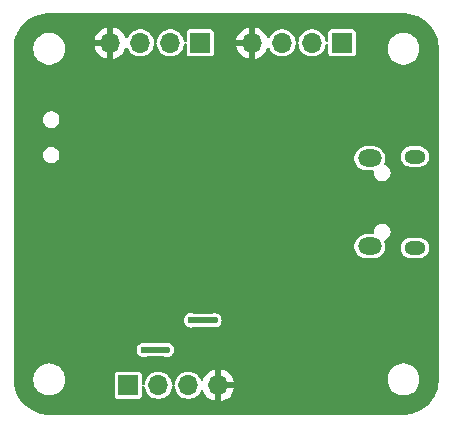
<source format=gbr>
%TF.GenerationSoftware,KiCad,Pcbnew,8.0.3*%
%TF.CreationDate,2024-07-09T00:13:46+05:30*%
%TF.ProjectId,STM32 PCB DESIGN,53544d33-3220-4504-9342-204445534947,rev?*%
%TF.SameCoordinates,Original*%
%TF.FileFunction,Copper,L2,Bot*%
%TF.FilePolarity,Positive*%
%FSLAX46Y46*%
G04 Gerber Fmt 4.6, Leading zero omitted, Abs format (unit mm)*
G04 Created by KiCad (PCBNEW 8.0.3) date 2024-07-09 00:13:46*
%MOMM*%
%LPD*%
G01*
G04 APERTURE LIST*
%TA.AperFunction,ComponentPad*%
%ADD10R,1.700000X1.700000*%
%TD*%
%TA.AperFunction,ComponentPad*%
%ADD11O,1.700000X1.700000*%
%TD*%
%TA.AperFunction,ComponentPad*%
%ADD12O,1.800000X1.150000*%
%TD*%
%TA.AperFunction,ComponentPad*%
%ADD13O,2.000000X1.450000*%
%TD*%
%TA.AperFunction,ViaPad*%
%ADD14C,0.600000*%
%TD*%
%TA.AperFunction,ViaPad*%
%ADD15C,0.700000*%
%TD*%
%TA.AperFunction,Conductor*%
%ADD16C,0.500000*%
%TD*%
G04 APERTURE END LIST*
D10*
%TO.P,J4,1,Pin_1*%
%TO.N,+3.3V*%
X111700000Y-68000000D03*
D11*
%TO.P,J4,2,Pin_2*%
%TO.N,/I2C2_SCL*%
X114240000Y-68000000D03*
%TO.P,J4,3,Pin_3*%
%TO.N,/I2C2_SDA*%
X116780000Y-68000000D03*
%TO.P,J4,4,Pin_4*%
%TO.N,GND*%
X119320000Y-68000000D03*
%TD*%
D12*
%TO.P,J1,6,Shield*%
%TO.N,unconnected-(J1-Shield-Pad6)_0*%
X135950000Y-56380000D03*
D13*
%TO.N,unconnected-(J1-Shield-Pad6)_2*%
X132150000Y-56230000D03*
%TO.N,unconnected-(J1-Shield-Pad6)*%
X132150000Y-48780000D03*
D12*
%TO.N,unconnected-(J1-Shield-Pad6)_1*%
X135950000Y-48630000D03*
%TD*%
D10*
%TO.P,J3,1,Pin_1*%
%TO.N,+3.3V*%
X117800000Y-39000000D03*
D11*
%TO.P,J3,2,Pin_2*%
%TO.N,/USART1_TX*%
X115260000Y-39000000D03*
%TO.P,J3,3,Pin_3*%
%TO.N,/USART1_RX*%
X112720000Y-39000000D03*
%TO.P,J3,4,Pin_4*%
%TO.N,GND*%
X110180000Y-39000000D03*
%TD*%
D10*
%TO.P,J2,1,Pin_1*%
%TO.N,+3.3V*%
X129800000Y-39000000D03*
D11*
%TO.P,J2,2,Pin_2*%
%TO.N,/SWDIO*%
X127260000Y-39000000D03*
%TO.P,J2,3,Pin_3*%
%TO.N,/SWCLK*%
X124720000Y-39000000D03*
%TO.P,J2,4,Pin_4*%
%TO.N,GND*%
X122180000Y-39000000D03*
%TD*%
D14*
%TO.N,GND*%
X104000000Y-58500000D03*
X107000000Y-56000000D03*
X109000000Y-52500000D03*
%TO.N,+3.3V*%
X113000000Y-65000000D03*
X115000000Y-65000000D03*
X117000000Y-62500000D03*
X119000000Y-62500000D03*
D15*
%TO.N,GND*%
X128000000Y-57500000D03*
X132500000Y-61500000D03*
X128000000Y-56500000D03*
X115500000Y-60000000D03*
X118000000Y-57000000D03*
X109000000Y-54500000D03*
X110000000Y-50000000D03*
X129000000Y-61000000D03*
X108500000Y-61000000D03*
X128000000Y-61000000D03*
X108500000Y-43500000D03*
X133000000Y-59000000D03*
X113500000Y-55500000D03*
X114000000Y-52000000D03*
X130000000Y-51000000D03*
X107500000Y-58500000D03*
X123000000Y-52500000D03*
%TD*%
D16*
%TO.N,+3.3V*%
X115000000Y-65000000D02*
X113000000Y-65000000D01*
X117000000Y-62500000D02*
X119000000Y-62500000D01*
%TD*%
%TA.AperFunction,Conductor*%
%TO.N,GND*%
G36*
X135000852Y-36500011D02*
G01*
X135162269Y-36502274D01*
X135174390Y-36503041D01*
X135478553Y-36537312D01*
X135495992Y-36539277D01*
X135509700Y-36541606D01*
X135824366Y-36613426D01*
X135837725Y-36617273D01*
X136142392Y-36723881D01*
X136155228Y-36729199D01*
X136212742Y-36756896D01*
X136446025Y-36869239D01*
X136458193Y-36875964D01*
X136521321Y-36915630D01*
X136731486Y-37047685D01*
X136742827Y-37055732D01*
X136995173Y-37256971D01*
X137005541Y-37266237D01*
X137233762Y-37494458D01*
X137243028Y-37504826D01*
X137444267Y-37757172D01*
X137452314Y-37768513D01*
X137624034Y-38041804D01*
X137630760Y-38053974D01*
X137770798Y-38344766D01*
X137776120Y-38357613D01*
X137882724Y-38662270D01*
X137886573Y-38675633D01*
X137958393Y-38990299D01*
X137960722Y-39004007D01*
X137996957Y-39325597D01*
X137997725Y-39337743D01*
X137999988Y-39499144D01*
X138000000Y-39500882D01*
X138000000Y-67499117D01*
X137999988Y-67500855D01*
X137997725Y-67662256D01*
X137996957Y-67674402D01*
X137960722Y-67995992D01*
X137958393Y-68009700D01*
X137886573Y-68324366D01*
X137882724Y-68337729D01*
X137776120Y-68642386D01*
X137770798Y-68655233D01*
X137630760Y-68946025D01*
X137624034Y-68958195D01*
X137452314Y-69231486D01*
X137444267Y-69242827D01*
X137243028Y-69495173D01*
X137233762Y-69505541D01*
X137005541Y-69733762D01*
X136995173Y-69743028D01*
X136742827Y-69944267D01*
X136731486Y-69952314D01*
X136458195Y-70124034D01*
X136446025Y-70130760D01*
X136155233Y-70270798D01*
X136142386Y-70276120D01*
X135837729Y-70382724D01*
X135824366Y-70386573D01*
X135509700Y-70458393D01*
X135495992Y-70460722D01*
X135174402Y-70496957D01*
X135162256Y-70497725D01*
X135000856Y-70499988D01*
X134999118Y-70500000D01*
X105000882Y-70500000D01*
X104999144Y-70499988D01*
X104837534Y-70497723D01*
X104825425Y-70496959D01*
X104825407Y-70496957D01*
X104769142Y-70490634D01*
X104503421Y-70460775D01*
X104489748Y-70458459D01*
X104174620Y-70386732D01*
X104161291Y-70382902D01*
X103856165Y-70276442D01*
X103843346Y-70271148D01*
X103552009Y-70131277D01*
X103539862Y-70124585D01*
X103265966Y-69953056D01*
X103254643Y-69945050D01*
X103001614Y-69744009D01*
X102991255Y-69734788D01*
X102762260Y-69506752D01*
X102752995Y-69496432D01*
X102550888Y-69244240D01*
X102542835Y-69232950D01*
X102490717Y-69150500D01*
X102370167Y-68959789D01*
X102363423Y-68947670D01*
X102222327Y-68656912D01*
X102216980Y-68644116D01*
X102216368Y-68642386D01*
X102109234Y-68339421D01*
X102105357Y-68326135D01*
X102032307Y-68011306D01*
X102029934Y-67997646D01*
X102025662Y-67961018D01*
X102012010Y-67843952D01*
X102000835Y-67748123D01*
X102000000Y-67733760D01*
X102000000Y-67393713D01*
X103649500Y-67393713D01*
X103649500Y-67606286D01*
X103678231Y-67787690D01*
X103682754Y-67816243D01*
X103745612Y-68009700D01*
X103748444Y-68018414D01*
X103844951Y-68207820D01*
X103969890Y-68379786D01*
X104120213Y-68530109D01*
X104292179Y-68655048D01*
X104292181Y-68655049D01*
X104292184Y-68655051D01*
X104481588Y-68751557D01*
X104683757Y-68817246D01*
X104893713Y-68850500D01*
X104893714Y-68850500D01*
X105106286Y-68850500D01*
X105106287Y-68850500D01*
X105316243Y-68817246D01*
X105518412Y-68751557D01*
X105707816Y-68655051D01*
X105772226Y-68608255D01*
X105879786Y-68530109D01*
X105879788Y-68530106D01*
X105879792Y-68530104D01*
X106030104Y-68379792D01*
X106030106Y-68379788D01*
X106030109Y-68379786D01*
X106155048Y-68207820D01*
X106155047Y-68207820D01*
X106155051Y-68207816D01*
X106251557Y-68018412D01*
X106317246Y-67816243D01*
X106350500Y-67606287D01*
X106350500Y-67393713D01*
X106317246Y-67183757D01*
X106291699Y-67105131D01*
X110549500Y-67105131D01*
X110549500Y-68894856D01*
X110549502Y-68894882D01*
X110552413Y-68919987D01*
X110552415Y-68919991D01*
X110597793Y-69022764D01*
X110597794Y-69022765D01*
X110677235Y-69102206D01*
X110780009Y-69147585D01*
X110805135Y-69150500D01*
X112594864Y-69150499D01*
X112594879Y-69150497D01*
X112594882Y-69150497D01*
X112619987Y-69147586D01*
X112619988Y-69147585D01*
X112619991Y-69147585D01*
X112722765Y-69102206D01*
X112802206Y-69022765D01*
X112847585Y-68919991D01*
X112850500Y-68894865D01*
X112850499Y-68156046D01*
X112870183Y-68089009D01*
X112922987Y-68043254D01*
X112992146Y-68033310D01*
X113055702Y-68062335D01*
X113093476Y-68121113D01*
X113097970Y-68144606D01*
X113102454Y-68192993D01*
X113104244Y-68212310D01*
X113157675Y-68400099D01*
X113162596Y-68417392D01*
X113162596Y-68417394D01*
X113257632Y-68608253D01*
X113386127Y-68778406D01*
X113386128Y-68778407D01*
X113543698Y-68922052D01*
X113724981Y-69034298D01*
X113923802Y-69111321D01*
X114133390Y-69150500D01*
X114133392Y-69150500D01*
X114346608Y-69150500D01*
X114346610Y-69150500D01*
X114556198Y-69111321D01*
X114755019Y-69034298D01*
X114936302Y-68922052D01*
X115093872Y-68778407D01*
X115222366Y-68608255D01*
X115276270Y-68500000D01*
X115317403Y-68417394D01*
X115317403Y-68417393D01*
X115317405Y-68417389D01*
X115375756Y-68212310D01*
X115386529Y-68096047D01*
X115412315Y-68031111D01*
X115454622Y-68000804D01*
X115563130Y-68000804D01*
X115599503Y-68021668D01*
X115631693Y-68083681D01*
X115633470Y-68096047D01*
X115644244Y-68212310D01*
X115697675Y-68400099D01*
X115702596Y-68417392D01*
X115702596Y-68417394D01*
X115797632Y-68608253D01*
X115926127Y-68778406D01*
X115926128Y-68778407D01*
X116083698Y-68922052D01*
X116264981Y-69034298D01*
X116463802Y-69111321D01*
X116673390Y-69150500D01*
X116673392Y-69150500D01*
X116886608Y-69150500D01*
X116886610Y-69150500D01*
X117096198Y-69111321D01*
X117295019Y-69034298D01*
X117476302Y-68922052D01*
X117633872Y-68778407D01*
X117762366Y-68608255D01*
X117829325Y-68473781D01*
X117876825Y-68422548D01*
X117944488Y-68405126D01*
X118010828Y-68427051D01*
X118052705Y-68476651D01*
X118146399Y-68677578D01*
X118281894Y-68871082D01*
X118448917Y-69038105D01*
X118642421Y-69173600D01*
X118856507Y-69273429D01*
X118856516Y-69273433D01*
X119070000Y-69330634D01*
X119070000Y-68433012D01*
X119127007Y-68465925D01*
X119254174Y-68500000D01*
X119385826Y-68500000D01*
X119512993Y-68465925D01*
X119570000Y-68433012D01*
X119570000Y-69330633D01*
X119783483Y-69273433D01*
X119783492Y-69273429D01*
X119997578Y-69173600D01*
X120191082Y-69038105D01*
X120358105Y-68871082D01*
X120493600Y-68677578D01*
X120593429Y-68463492D01*
X120593432Y-68463486D01*
X120650636Y-68250000D01*
X119753012Y-68250000D01*
X119785925Y-68192993D01*
X119820000Y-68065826D01*
X119820000Y-67934174D01*
X119785925Y-67807007D01*
X119753012Y-67750000D01*
X120650636Y-67750000D01*
X120650635Y-67749999D01*
X120593432Y-67536513D01*
X120593429Y-67536507D01*
X120526843Y-67393713D01*
X133649500Y-67393713D01*
X133649500Y-67606286D01*
X133678231Y-67787690D01*
X133682754Y-67816243D01*
X133745612Y-68009700D01*
X133748444Y-68018414D01*
X133844951Y-68207820D01*
X133969890Y-68379786D01*
X134120213Y-68530109D01*
X134292179Y-68655048D01*
X134292181Y-68655049D01*
X134292184Y-68655051D01*
X134481588Y-68751557D01*
X134683757Y-68817246D01*
X134893713Y-68850500D01*
X134893714Y-68850500D01*
X135106286Y-68850500D01*
X135106287Y-68850500D01*
X135316243Y-68817246D01*
X135518412Y-68751557D01*
X135707816Y-68655051D01*
X135772226Y-68608255D01*
X135879786Y-68530109D01*
X135879788Y-68530106D01*
X135879792Y-68530104D01*
X136030104Y-68379792D01*
X136030106Y-68379788D01*
X136030109Y-68379786D01*
X136155048Y-68207820D01*
X136155047Y-68207820D01*
X136155051Y-68207816D01*
X136251557Y-68018412D01*
X136317246Y-67816243D01*
X136350500Y-67606287D01*
X136350500Y-67393713D01*
X136317246Y-67183757D01*
X136251557Y-66981588D01*
X136155051Y-66792184D01*
X136155049Y-66792181D01*
X136155048Y-66792179D01*
X136030109Y-66620213D01*
X135879786Y-66469890D01*
X135707820Y-66344951D01*
X135518414Y-66248444D01*
X135518413Y-66248443D01*
X135518412Y-66248443D01*
X135316243Y-66182754D01*
X135316241Y-66182753D01*
X135316240Y-66182753D01*
X135154957Y-66157208D01*
X135106287Y-66149500D01*
X134893713Y-66149500D01*
X134845042Y-66157208D01*
X134683760Y-66182753D01*
X134481585Y-66248444D01*
X134292179Y-66344951D01*
X134120213Y-66469890D01*
X133969890Y-66620213D01*
X133844951Y-66792179D01*
X133748444Y-66981585D01*
X133682753Y-67183760D01*
X133649500Y-67393713D01*
X120526843Y-67393713D01*
X120493600Y-67322422D01*
X120493599Y-67322420D01*
X120358113Y-67128926D01*
X120358108Y-67128920D01*
X120191082Y-66961894D01*
X119997578Y-66826399D01*
X119783492Y-66726570D01*
X119783486Y-66726567D01*
X119570000Y-66669364D01*
X119570000Y-67566988D01*
X119512993Y-67534075D01*
X119385826Y-67500000D01*
X119254174Y-67500000D01*
X119127007Y-67534075D01*
X119070000Y-67566988D01*
X119070000Y-66669364D01*
X119069999Y-66669364D01*
X118856513Y-66726567D01*
X118856507Y-66726570D01*
X118642422Y-66826399D01*
X118642420Y-66826400D01*
X118448926Y-66961886D01*
X118448920Y-66961891D01*
X118281891Y-67128920D01*
X118281886Y-67128926D01*
X118146400Y-67322420D01*
X118146399Y-67322422D01*
X118052705Y-67523348D01*
X118006532Y-67575787D01*
X117939339Y-67594939D01*
X117872457Y-67574723D01*
X117829324Y-67526216D01*
X117762366Y-67391745D01*
X117633872Y-67221593D01*
X117476302Y-67077948D01*
X117295019Y-66965702D01*
X117295017Y-66965701D01*
X117195608Y-66927190D01*
X117096198Y-66888679D01*
X116886610Y-66849500D01*
X116673390Y-66849500D01*
X116463802Y-66888679D01*
X116463799Y-66888679D01*
X116463799Y-66888680D01*
X116264982Y-66965701D01*
X116264980Y-66965702D01*
X116083699Y-67077947D01*
X115926127Y-67221593D01*
X115797632Y-67391746D01*
X115702596Y-67582605D01*
X115702596Y-67582607D01*
X115644244Y-67787689D01*
X115633471Y-67903951D01*
X115607685Y-67968888D01*
X115563130Y-68000804D01*
X115454622Y-68000804D01*
X115456869Y-67999194D01*
X115420497Y-67978331D01*
X115388307Y-67916318D01*
X115386529Y-67903951D01*
X115383175Y-67867759D01*
X115375756Y-67787690D01*
X115317405Y-67582611D01*
X115317403Y-67582606D01*
X115317403Y-67582605D01*
X115222367Y-67391746D01*
X115093872Y-67221593D01*
X115052368Y-67183757D01*
X114936302Y-67077948D01*
X114755019Y-66965702D01*
X114755017Y-66965701D01*
X114655608Y-66927190D01*
X114556198Y-66888679D01*
X114346610Y-66849500D01*
X114133390Y-66849500D01*
X113923802Y-66888679D01*
X113923799Y-66888679D01*
X113923799Y-66888680D01*
X113724982Y-66965701D01*
X113724980Y-66965702D01*
X113543699Y-67077947D01*
X113386127Y-67221593D01*
X113257632Y-67391746D01*
X113162596Y-67582605D01*
X113162596Y-67582607D01*
X113104244Y-67787689D01*
X113097970Y-67855394D01*
X113072183Y-67920331D01*
X113015383Y-67961018D01*
X112945602Y-67964538D01*
X112884995Y-67929772D01*
X112852806Y-67867759D01*
X112850499Y-67843952D01*
X112850499Y-67105143D01*
X112850499Y-67105136D01*
X112850497Y-67105117D01*
X112847586Y-67080012D01*
X112847585Y-67080010D01*
X112847585Y-67080009D01*
X112802206Y-66977235D01*
X112722765Y-66897794D01*
X112702124Y-66888680D01*
X112619992Y-66852415D01*
X112594865Y-66849500D01*
X110805143Y-66849500D01*
X110805117Y-66849502D01*
X110780012Y-66852413D01*
X110780008Y-66852415D01*
X110677235Y-66897793D01*
X110597794Y-66977234D01*
X110552415Y-67080006D01*
X110552415Y-67080008D01*
X110549500Y-67105131D01*
X106291699Y-67105131D01*
X106251557Y-66981588D01*
X106155051Y-66792184D01*
X106155049Y-66792181D01*
X106155048Y-66792179D01*
X106030109Y-66620213D01*
X105879786Y-66469890D01*
X105707820Y-66344951D01*
X105518414Y-66248444D01*
X105518413Y-66248443D01*
X105518412Y-66248443D01*
X105316243Y-66182754D01*
X105316241Y-66182753D01*
X105316240Y-66182753D01*
X105154957Y-66157208D01*
X105106287Y-66149500D01*
X104893713Y-66149500D01*
X104845042Y-66157208D01*
X104683760Y-66182753D01*
X104481585Y-66248444D01*
X104292179Y-66344951D01*
X104120213Y-66469890D01*
X103969890Y-66620213D01*
X103844951Y-66792179D01*
X103748444Y-66981585D01*
X103682753Y-67183760D01*
X103649500Y-67393713D01*
X102000000Y-67393713D01*
X102000000Y-64999998D01*
X112394318Y-64999998D01*
X112394318Y-65000001D01*
X112414955Y-65156760D01*
X112414956Y-65156762D01*
X112475464Y-65302841D01*
X112571718Y-65428282D01*
X112697159Y-65524536D01*
X112843238Y-65585044D01*
X112921619Y-65595363D01*
X112999999Y-65605682D01*
X113000000Y-65605682D01*
X113000001Y-65605682D01*
X113052254Y-65598802D01*
X113156762Y-65585044D01*
X113217370Y-65559938D01*
X113264823Y-65550500D01*
X114735177Y-65550500D01*
X114782629Y-65559938D01*
X114843238Y-65585044D01*
X114921619Y-65595363D01*
X114999999Y-65605682D01*
X115000000Y-65605682D01*
X115000001Y-65605682D01*
X115052254Y-65598802D01*
X115156762Y-65585044D01*
X115302841Y-65524536D01*
X115428282Y-65428282D01*
X115524536Y-65302841D01*
X115585044Y-65156762D01*
X115605682Y-65000000D01*
X115585044Y-64843238D01*
X115524536Y-64697159D01*
X115428282Y-64571718D01*
X115302841Y-64475464D01*
X115240158Y-64449500D01*
X115156762Y-64414956D01*
X115156760Y-64414955D01*
X115000001Y-64394318D01*
X114999999Y-64394318D01*
X114843239Y-64414955D01*
X114843237Y-64414956D01*
X114782630Y-64440061D01*
X114735177Y-64449500D01*
X113264823Y-64449500D01*
X113217370Y-64440061D01*
X113156762Y-64414956D01*
X113156760Y-64414955D01*
X113000001Y-64394318D01*
X112999999Y-64394318D01*
X112843239Y-64414955D01*
X112843237Y-64414956D01*
X112697160Y-64475463D01*
X112571718Y-64571718D01*
X112475463Y-64697160D01*
X112414956Y-64843237D01*
X112414955Y-64843239D01*
X112394318Y-64999998D01*
X102000000Y-64999998D01*
X102000000Y-62499998D01*
X116394318Y-62499998D01*
X116394318Y-62500001D01*
X116414955Y-62656760D01*
X116414956Y-62656762D01*
X116475464Y-62802841D01*
X116571718Y-62928282D01*
X116697159Y-63024536D01*
X116843238Y-63085044D01*
X116921619Y-63095363D01*
X116999999Y-63105682D01*
X117000000Y-63105682D01*
X117000001Y-63105682D01*
X117052254Y-63098802D01*
X117156762Y-63085044D01*
X117217370Y-63059938D01*
X117264823Y-63050500D01*
X118735177Y-63050500D01*
X118782629Y-63059938D01*
X118843238Y-63085044D01*
X118921619Y-63095363D01*
X118999999Y-63105682D01*
X119000000Y-63105682D01*
X119000001Y-63105682D01*
X119052254Y-63098802D01*
X119156762Y-63085044D01*
X119302841Y-63024536D01*
X119428282Y-62928282D01*
X119524536Y-62802841D01*
X119585044Y-62656762D01*
X119605682Y-62500000D01*
X119585044Y-62343238D01*
X119524536Y-62197159D01*
X119428282Y-62071718D01*
X119302841Y-61975464D01*
X119240158Y-61949500D01*
X119156762Y-61914956D01*
X119156760Y-61914955D01*
X119000001Y-61894318D01*
X118999999Y-61894318D01*
X118843239Y-61914955D01*
X118843237Y-61914956D01*
X118782630Y-61940061D01*
X118735177Y-61949500D01*
X117264823Y-61949500D01*
X117217370Y-61940061D01*
X117156762Y-61914956D01*
X117156760Y-61914955D01*
X117000001Y-61894318D01*
X116999999Y-61894318D01*
X116843239Y-61914955D01*
X116843237Y-61914956D01*
X116697160Y-61975463D01*
X116571718Y-62071718D01*
X116475463Y-62197160D01*
X116414956Y-62343237D01*
X116414955Y-62343239D01*
X116394318Y-62499998D01*
X102000000Y-62499998D01*
X102000000Y-56128992D01*
X130849500Y-56128992D01*
X130849500Y-56331007D01*
X130888907Y-56529119D01*
X130888909Y-56529127D01*
X130966212Y-56715752D01*
X130966217Y-56715762D01*
X131078441Y-56883718D01*
X131221281Y-57026558D01*
X131389237Y-57138782D01*
X131389241Y-57138784D01*
X131389244Y-57138786D01*
X131575873Y-57216091D01*
X131773992Y-57255499D01*
X131773996Y-57255500D01*
X131773997Y-57255500D01*
X132526004Y-57255500D01*
X132526005Y-57255499D01*
X132724127Y-57216091D01*
X132910756Y-57138786D01*
X133078718Y-57026558D01*
X133221558Y-56883718D01*
X133333786Y-56715756D01*
X133411091Y-56529127D01*
X133450500Y-56331003D01*
X133450500Y-56293766D01*
X134749500Y-56293766D01*
X134749500Y-56466233D01*
X134783143Y-56635366D01*
X134783146Y-56635378D01*
X134849138Y-56794698D01*
X134849145Y-56794711D01*
X134944954Y-56938098D01*
X134944957Y-56938102D01*
X135066897Y-57060042D01*
X135066901Y-57060045D01*
X135210288Y-57155854D01*
X135210301Y-57155861D01*
X135355708Y-57216090D01*
X135369626Y-57221855D01*
X135538766Y-57255499D01*
X135538769Y-57255500D01*
X135538771Y-57255500D01*
X136361231Y-57255500D01*
X136361232Y-57255499D01*
X136530374Y-57221855D01*
X136689705Y-57155858D01*
X136833099Y-57060045D01*
X136955045Y-56938099D01*
X137050858Y-56794705D01*
X137116855Y-56635374D01*
X137150500Y-56466229D01*
X137150500Y-56293771D01*
X137150500Y-56293768D01*
X137150499Y-56293766D01*
X137116856Y-56124633D01*
X137116855Y-56124626D01*
X137116853Y-56124621D01*
X137050861Y-55965301D01*
X137050854Y-55965288D01*
X136955045Y-55821901D01*
X136955042Y-55821897D01*
X136833102Y-55699957D01*
X136833098Y-55699954D01*
X136689711Y-55604145D01*
X136689698Y-55604138D01*
X136530378Y-55538146D01*
X136530366Y-55538143D01*
X136361232Y-55504500D01*
X136361229Y-55504500D01*
X135538771Y-55504500D01*
X135538768Y-55504500D01*
X135369633Y-55538143D01*
X135369621Y-55538146D01*
X135210301Y-55604138D01*
X135210288Y-55604145D01*
X135066901Y-55699954D01*
X135066897Y-55699957D01*
X134944957Y-55821897D01*
X134944954Y-55821901D01*
X134849145Y-55965288D01*
X134849138Y-55965301D01*
X134783146Y-56124621D01*
X134783143Y-56124633D01*
X134749500Y-56293766D01*
X133450500Y-56293766D01*
X133450500Y-56128997D01*
X133411091Y-55930873D01*
X133369932Y-55831507D01*
X133362463Y-55762037D01*
X133393738Y-55699558D01*
X133444060Y-55669700D01*
X133443207Y-55667452D01*
X133450222Y-55664790D01*
X133450225Y-55664790D01*
X133600852Y-55585734D01*
X133728183Y-55472929D01*
X133824818Y-55332930D01*
X133885140Y-55173872D01*
X133905645Y-55005000D01*
X133885140Y-54836128D01*
X133824818Y-54677070D01*
X133728183Y-54537071D01*
X133600852Y-54424266D01*
X133600849Y-54424263D01*
X133450226Y-54345210D01*
X133285056Y-54304500D01*
X133114944Y-54304500D01*
X132949773Y-54345210D01*
X132799150Y-54424263D01*
X132671816Y-54537072D01*
X132575182Y-54677068D01*
X132514860Y-54836125D01*
X132514859Y-54836130D01*
X132494355Y-55004999D01*
X132501708Y-55065553D01*
X132490248Y-55134476D01*
X132443344Y-55186263D01*
X132378612Y-55204500D01*
X131773992Y-55204500D01*
X131575880Y-55243907D01*
X131575872Y-55243909D01*
X131389247Y-55321212D01*
X131389237Y-55321217D01*
X131221281Y-55433441D01*
X131078441Y-55576281D01*
X130966217Y-55744237D01*
X130966212Y-55744247D01*
X130888909Y-55930872D01*
X130888907Y-55930880D01*
X130849500Y-56128992D01*
X102000000Y-56128992D01*
X102000000Y-48568995D01*
X104469499Y-48568995D01*
X104496418Y-48704322D01*
X104496421Y-48704332D01*
X104549221Y-48831804D01*
X104549228Y-48831817D01*
X104625885Y-48946541D01*
X104625888Y-48946545D01*
X104723454Y-49044111D01*
X104723458Y-49044114D01*
X104838182Y-49120771D01*
X104838195Y-49120778D01*
X104965667Y-49173578D01*
X104965672Y-49173580D01*
X104965676Y-49173580D01*
X104965677Y-49173581D01*
X105101004Y-49200500D01*
X105101007Y-49200500D01*
X105238995Y-49200500D01*
X105344873Y-49179439D01*
X105374328Y-49173580D01*
X105501811Y-49120775D01*
X105616542Y-49044114D01*
X105714114Y-48946542D01*
X105790775Y-48831811D01*
X105843580Y-48704328D01*
X105848620Y-48678992D01*
X130849500Y-48678992D01*
X130849500Y-48881007D01*
X130888907Y-49079119D01*
X130888909Y-49079127D01*
X130966212Y-49265752D01*
X130966217Y-49265762D01*
X131078441Y-49433718D01*
X131221281Y-49576558D01*
X131389237Y-49688782D01*
X131389241Y-49688784D01*
X131389244Y-49688786D01*
X131575873Y-49766091D01*
X131773484Y-49805398D01*
X131773992Y-49805499D01*
X131773996Y-49805500D01*
X132378612Y-49805500D01*
X132445651Y-49825185D01*
X132491406Y-49877989D01*
X132501708Y-49944447D01*
X132494355Y-50005000D01*
X132514859Y-50173869D01*
X132514860Y-50173874D01*
X132575182Y-50332931D01*
X132637475Y-50423177D01*
X132671817Y-50472929D01*
X132777505Y-50566560D01*
X132799150Y-50585736D01*
X132949773Y-50664789D01*
X132949775Y-50664790D01*
X133114944Y-50705500D01*
X133285056Y-50705500D01*
X133450225Y-50664790D01*
X133529692Y-50623081D01*
X133600849Y-50585736D01*
X133600850Y-50585734D01*
X133600852Y-50585734D01*
X133728183Y-50472929D01*
X133824818Y-50332930D01*
X133885140Y-50173872D01*
X133905645Y-50005000D01*
X133885140Y-49836128D01*
X133873524Y-49805500D01*
X133858578Y-49766090D01*
X133824818Y-49677070D01*
X133728183Y-49537071D01*
X133600852Y-49424266D01*
X133600849Y-49424263D01*
X133450225Y-49345209D01*
X133443210Y-49342549D01*
X133444131Y-49340119D01*
X133394438Y-49311186D01*
X133362649Y-49248967D01*
X133369544Y-49179439D01*
X133369932Y-49178492D01*
X133371967Y-49173580D01*
X133411091Y-49079127D01*
X133450500Y-48881003D01*
X133450500Y-48678997D01*
X133423601Y-48543766D01*
X134749500Y-48543766D01*
X134749500Y-48716233D01*
X134783143Y-48885366D01*
X134783146Y-48885378D01*
X134849138Y-49044698D01*
X134849145Y-49044711D01*
X134944954Y-49188098D01*
X134944957Y-49188102D01*
X135066897Y-49310042D01*
X135066901Y-49310045D01*
X135210288Y-49405854D01*
X135210301Y-49405861D01*
X135369621Y-49471853D01*
X135369626Y-49471855D01*
X135538766Y-49505499D01*
X135538769Y-49505500D01*
X135538771Y-49505500D01*
X136361231Y-49505500D01*
X136361232Y-49505499D01*
X136530374Y-49471855D01*
X136689705Y-49405858D01*
X136833099Y-49310045D01*
X136955045Y-49188099D01*
X137050858Y-49044705D01*
X137116855Y-48885374D01*
X137150500Y-48716229D01*
X137150500Y-48543771D01*
X137150500Y-48543768D01*
X137150499Y-48543766D01*
X137137989Y-48480873D01*
X137116855Y-48374626D01*
X137116853Y-48374621D01*
X137050861Y-48215301D01*
X137050854Y-48215288D01*
X136955045Y-48071901D01*
X136955042Y-48071897D01*
X136833102Y-47949957D01*
X136833098Y-47949954D01*
X136689711Y-47854145D01*
X136689698Y-47854138D01*
X136530378Y-47788146D01*
X136530366Y-47788143D01*
X136361232Y-47754500D01*
X136361229Y-47754500D01*
X135538771Y-47754500D01*
X135538768Y-47754500D01*
X135369633Y-47788143D01*
X135369621Y-47788146D01*
X135210301Y-47854138D01*
X135210288Y-47854145D01*
X135066901Y-47949954D01*
X135066897Y-47949957D01*
X134944957Y-48071897D01*
X134944954Y-48071901D01*
X134849145Y-48215288D01*
X134849138Y-48215301D01*
X134783146Y-48374621D01*
X134783143Y-48374633D01*
X134749500Y-48543766D01*
X133423601Y-48543766D01*
X133411091Y-48480873D01*
X133333786Y-48294244D01*
X133333784Y-48294241D01*
X133333782Y-48294237D01*
X133221558Y-48126281D01*
X133078718Y-47983441D01*
X132910762Y-47871217D01*
X132910752Y-47871212D01*
X132724127Y-47793909D01*
X132724119Y-47793907D01*
X132526007Y-47754500D01*
X132526003Y-47754500D01*
X131773997Y-47754500D01*
X131773992Y-47754500D01*
X131575880Y-47793907D01*
X131575872Y-47793909D01*
X131389247Y-47871212D01*
X131389237Y-47871217D01*
X131221281Y-47983441D01*
X131078441Y-48126281D01*
X130966217Y-48294237D01*
X130966212Y-48294247D01*
X130888909Y-48480872D01*
X130888907Y-48480880D01*
X130849500Y-48678992D01*
X105848620Y-48678992D01*
X105870500Y-48568993D01*
X105870500Y-48431007D01*
X105870500Y-48431004D01*
X105843581Y-48295677D01*
X105843580Y-48295676D01*
X105843580Y-48295672D01*
X105842986Y-48294237D01*
X105790778Y-48168195D01*
X105790771Y-48168182D01*
X105714114Y-48053458D01*
X105714111Y-48053454D01*
X105616545Y-47955888D01*
X105616541Y-47955885D01*
X105501817Y-47879228D01*
X105501804Y-47879221D01*
X105374332Y-47826421D01*
X105374322Y-47826418D01*
X105238995Y-47799500D01*
X105238993Y-47799500D01*
X105101007Y-47799500D01*
X105101005Y-47799500D01*
X104965677Y-47826418D01*
X104965667Y-47826421D01*
X104838195Y-47879221D01*
X104838182Y-47879228D01*
X104723458Y-47955885D01*
X104723454Y-47955888D01*
X104625888Y-48053454D01*
X104625885Y-48053458D01*
X104549228Y-48168182D01*
X104549221Y-48168195D01*
X104496421Y-48295667D01*
X104496418Y-48295677D01*
X104469500Y-48431004D01*
X104469500Y-48431007D01*
X104469500Y-48568993D01*
X104469500Y-48568995D01*
X104469499Y-48568995D01*
X102000000Y-48568995D01*
X102000000Y-45568995D01*
X104469499Y-45568995D01*
X104496418Y-45704322D01*
X104496421Y-45704332D01*
X104549221Y-45831804D01*
X104549228Y-45831817D01*
X104625885Y-45946541D01*
X104625888Y-45946545D01*
X104723454Y-46044111D01*
X104723458Y-46044114D01*
X104838182Y-46120771D01*
X104838195Y-46120778D01*
X104965667Y-46173578D01*
X104965672Y-46173580D01*
X104965676Y-46173580D01*
X104965677Y-46173581D01*
X105101004Y-46200500D01*
X105101007Y-46200500D01*
X105238995Y-46200500D01*
X105330041Y-46182389D01*
X105374328Y-46173580D01*
X105501811Y-46120775D01*
X105616542Y-46044114D01*
X105714114Y-45946542D01*
X105790775Y-45831811D01*
X105843580Y-45704328D01*
X105870500Y-45568993D01*
X105870500Y-45431007D01*
X105870500Y-45431004D01*
X105843581Y-45295677D01*
X105843580Y-45295676D01*
X105843580Y-45295672D01*
X105843578Y-45295667D01*
X105790778Y-45168195D01*
X105790771Y-45168182D01*
X105714114Y-45053458D01*
X105714111Y-45053454D01*
X105616545Y-44955888D01*
X105616541Y-44955885D01*
X105501817Y-44879228D01*
X105501804Y-44879221D01*
X105374332Y-44826421D01*
X105374322Y-44826418D01*
X105238995Y-44799500D01*
X105238993Y-44799500D01*
X105101007Y-44799500D01*
X105101005Y-44799500D01*
X104965677Y-44826418D01*
X104965667Y-44826421D01*
X104838195Y-44879221D01*
X104838182Y-44879228D01*
X104723458Y-44955885D01*
X104723454Y-44955888D01*
X104625888Y-45053454D01*
X104625885Y-45053458D01*
X104549228Y-45168182D01*
X104549221Y-45168195D01*
X104496421Y-45295667D01*
X104496418Y-45295677D01*
X104469500Y-45431004D01*
X104469500Y-45431007D01*
X104469500Y-45568993D01*
X104469500Y-45568995D01*
X104469499Y-45568995D01*
X102000000Y-45568995D01*
X102000000Y-39393713D01*
X103649500Y-39393713D01*
X103649500Y-39606287D01*
X103682754Y-39816243D01*
X103708305Y-39894882D01*
X103748444Y-40018414D01*
X103844951Y-40207820D01*
X103969890Y-40379786D01*
X104120213Y-40530109D01*
X104292179Y-40655048D01*
X104292181Y-40655049D01*
X104292184Y-40655051D01*
X104481588Y-40751557D01*
X104683757Y-40817246D01*
X104893713Y-40850500D01*
X104893714Y-40850500D01*
X105106286Y-40850500D01*
X105106287Y-40850500D01*
X105316243Y-40817246D01*
X105518412Y-40751557D01*
X105707816Y-40655051D01*
X105729789Y-40639086D01*
X105879786Y-40530109D01*
X105879788Y-40530106D01*
X105879792Y-40530104D01*
X106030104Y-40379792D01*
X106030106Y-40379788D01*
X106030109Y-40379786D01*
X106155048Y-40207820D01*
X106155047Y-40207820D01*
X106155051Y-40207816D01*
X106251557Y-40018412D01*
X106317246Y-39816243D01*
X106350500Y-39606287D01*
X106350500Y-39393713D01*
X106317246Y-39183757D01*
X106251557Y-38981588D01*
X106155051Y-38792184D01*
X106155049Y-38792181D01*
X106155048Y-38792179D01*
X106124403Y-38749999D01*
X108849364Y-38749999D01*
X108849364Y-38750000D01*
X109746988Y-38750000D01*
X109714075Y-38807007D01*
X109680000Y-38934174D01*
X109680000Y-39065826D01*
X109714075Y-39192993D01*
X109746988Y-39250000D01*
X108849364Y-39250000D01*
X108906567Y-39463486D01*
X108906570Y-39463492D01*
X109006399Y-39677578D01*
X109141894Y-39871082D01*
X109308917Y-40038105D01*
X109502421Y-40173600D01*
X109716507Y-40273429D01*
X109716516Y-40273433D01*
X109930000Y-40330634D01*
X109930000Y-39433012D01*
X109987007Y-39465925D01*
X110114174Y-39500000D01*
X110245826Y-39500000D01*
X110372993Y-39465925D01*
X110430000Y-39433012D01*
X110430000Y-40330633D01*
X110643483Y-40273433D01*
X110643492Y-40273429D01*
X110857578Y-40173600D01*
X111051082Y-40038105D01*
X111218105Y-39871082D01*
X111353600Y-39677578D01*
X111447294Y-39476651D01*
X111493466Y-39424212D01*
X111560660Y-39405060D01*
X111627541Y-39425276D01*
X111670676Y-39473785D01*
X111737632Y-39608253D01*
X111866127Y-39778406D01*
X111866128Y-39778407D01*
X112023698Y-39922052D01*
X112204981Y-40034298D01*
X112403802Y-40111321D01*
X112613390Y-40150500D01*
X112613392Y-40150500D01*
X112826608Y-40150500D01*
X112826610Y-40150500D01*
X113036198Y-40111321D01*
X113235019Y-40034298D01*
X113416302Y-39922052D01*
X113573872Y-39778407D01*
X113702366Y-39608255D01*
X113756270Y-39500000D01*
X113797403Y-39417394D01*
X113797403Y-39417393D01*
X113797405Y-39417389D01*
X113855756Y-39212310D01*
X113866529Y-39096047D01*
X113892315Y-39031111D01*
X113934622Y-39000804D01*
X114043130Y-39000804D01*
X114079503Y-39021668D01*
X114111693Y-39083681D01*
X114113470Y-39096047D01*
X114124244Y-39212310D01*
X114177675Y-39400099D01*
X114182596Y-39417392D01*
X114182596Y-39417394D01*
X114277632Y-39608253D01*
X114406127Y-39778406D01*
X114406128Y-39778407D01*
X114563698Y-39922052D01*
X114744981Y-40034298D01*
X114943802Y-40111321D01*
X115153390Y-40150500D01*
X115153392Y-40150500D01*
X115366608Y-40150500D01*
X115366610Y-40150500D01*
X115576198Y-40111321D01*
X115775019Y-40034298D01*
X115956302Y-39922052D01*
X116113872Y-39778407D01*
X116242366Y-39608255D01*
X116296270Y-39500000D01*
X116337403Y-39417394D01*
X116337403Y-39417393D01*
X116337405Y-39417389D01*
X116395756Y-39212310D01*
X116402029Y-39144605D01*
X116427814Y-39079669D01*
X116484614Y-39038981D01*
X116554395Y-39035461D01*
X116615002Y-39070225D01*
X116647193Y-39132238D01*
X116649500Y-39156047D01*
X116649500Y-39894856D01*
X116649502Y-39894882D01*
X116652413Y-39919987D01*
X116652415Y-39919991D01*
X116697793Y-40022764D01*
X116697794Y-40022765D01*
X116777235Y-40102206D01*
X116880009Y-40147585D01*
X116905135Y-40150500D01*
X118694864Y-40150499D01*
X118694879Y-40150497D01*
X118694882Y-40150497D01*
X118719987Y-40147586D01*
X118719988Y-40147585D01*
X118719991Y-40147585D01*
X118822765Y-40102206D01*
X118902206Y-40022765D01*
X118947585Y-39919991D01*
X118950500Y-39894865D01*
X118950499Y-38749999D01*
X120849364Y-38749999D01*
X120849364Y-38750000D01*
X121746988Y-38750000D01*
X121714075Y-38807007D01*
X121680000Y-38934174D01*
X121680000Y-39065826D01*
X121714075Y-39192993D01*
X121746988Y-39250000D01*
X120849364Y-39250000D01*
X120906567Y-39463486D01*
X120906570Y-39463492D01*
X121006399Y-39677578D01*
X121141894Y-39871082D01*
X121308917Y-40038105D01*
X121502421Y-40173600D01*
X121716507Y-40273429D01*
X121716516Y-40273433D01*
X121930000Y-40330634D01*
X121930000Y-39433012D01*
X121987007Y-39465925D01*
X122114174Y-39500000D01*
X122245826Y-39500000D01*
X122372993Y-39465925D01*
X122430000Y-39433012D01*
X122430000Y-40330633D01*
X122643483Y-40273433D01*
X122643492Y-40273429D01*
X122857578Y-40173600D01*
X123051082Y-40038105D01*
X123218105Y-39871082D01*
X123353600Y-39677578D01*
X123447294Y-39476651D01*
X123493466Y-39424212D01*
X123560660Y-39405060D01*
X123627541Y-39425276D01*
X123670676Y-39473785D01*
X123737632Y-39608253D01*
X123866127Y-39778406D01*
X123866128Y-39778407D01*
X124023698Y-39922052D01*
X124204981Y-40034298D01*
X124403802Y-40111321D01*
X124613390Y-40150500D01*
X124613392Y-40150500D01*
X124826608Y-40150500D01*
X124826610Y-40150500D01*
X125036198Y-40111321D01*
X125235019Y-40034298D01*
X125416302Y-39922052D01*
X125573872Y-39778407D01*
X125702366Y-39608255D01*
X125756270Y-39500000D01*
X125797403Y-39417394D01*
X125797403Y-39417393D01*
X125797405Y-39417389D01*
X125855756Y-39212310D01*
X125866529Y-39096047D01*
X125892315Y-39031111D01*
X125934622Y-39000804D01*
X126043130Y-39000804D01*
X126079503Y-39021668D01*
X126111693Y-39083681D01*
X126113470Y-39096047D01*
X126124244Y-39212310D01*
X126177675Y-39400099D01*
X126182596Y-39417392D01*
X126182596Y-39417394D01*
X126277632Y-39608253D01*
X126406127Y-39778406D01*
X126406128Y-39778407D01*
X126563698Y-39922052D01*
X126744981Y-40034298D01*
X126943802Y-40111321D01*
X127153390Y-40150500D01*
X127153392Y-40150500D01*
X127366608Y-40150500D01*
X127366610Y-40150500D01*
X127576198Y-40111321D01*
X127775019Y-40034298D01*
X127956302Y-39922052D01*
X128113872Y-39778407D01*
X128242366Y-39608255D01*
X128296270Y-39500000D01*
X128337403Y-39417394D01*
X128337403Y-39417393D01*
X128337405Y-39417389D01*
X128395756Y-39212310D01*
X128402029Y-39144605D01*
X128427814Y-39079669D01*
X128484614Y-39038981D01*
X128554395Y-39035461D01*
X128615002Y-39070225D01*
X128647193Y-39132238D01*
X128649500Y-39156047D01*
X128649500Y-39894856D01*
X128649502Y-39894882D01*
X128652413Y-39919987D01*
X128652415Y-39919991D01*
X128697793Y-40022764D01*
X128697794Y-40022765D01*
X128777235Y-40102206D01*
X128880009Y-40147585D01*
X128905135Y-40150500D01*
X130694864Y-40150499D01*
X130694879Y-40150497D01*
X130694882Y-40150497D01*
X130719987Y-40147586D01*
X130719988Y-40147585D01*
X130719991Y-40147585D01*
X130822765Y-40102206D01*
X130902206Y-40022765D01*
X130947585Y-39919991D01*
X130950500Y-39894865D01*
X130950500Y-39393713D01*
X133649500Y-39393713D01*
X133649500Y-39606287D01*
X133682754Y-39816243D01*
X133708305Y-39894882D01*
X133748444Y-40018414D01*
X133844951Y-40207820D01*
X133969890Y-40379786D01*
X134120213Y-40530109D01*
X134292179Y-40655048D01*
X134292181Y-40655049D01*
X134292184Y-40655051D01*
X134481588Y-40751557D01*
X134683757Y-40817246D01*
X134893713Y-40850500D01*
X134893714Y-40850500D01*
X135106286Y-40850500D01*
X135106287Y-40850500D01*
X135316243Y-40817246D01*
X135518412Y-40751557D01*
X135707816Y-40655051D01*
X135729789Y-40639086D01*
X135879786Y-40530109D01*
X135879788Y-40530106D01*
X135879792Y-40530104D01*
X136030104Y-40379792D01*
X136030106Y-40379788D01*
X136030109Y-40379786D01*
X136155048Y-40207820D01*
X136155047Y-40207820D01*
X136155051Y-40207816D01*
X136251557Y-40018412D01*
X136317246Y-39816243D01*
X136350500Y-39606287D01*
X136350500Y-39393713D01*
X136317246Y-39183757D01*
X136251557Y-38981588D01*
X136155051Y-38792184D01*
X136155049Y-38792181D01*
X136155048Y-38792179D01*
X136030109Y-38620213D01*
X135879786Y-38469890D01*
X135707820Y-38344951D01*
X135518414Y-38248444D01*
X135518413Y-38248443D01*
X135518412Y-38248443D01*
X135316243Y-38182754D01*
X135316241Y-38182753D01*
X135316240Y-38182753D01*
X135154957Y-38157208D01*
X135106287Y-38149500D01*
X134893713Y-38149500D01*
X134845042Y-38157208D01*
X134683760Y-38182753D01*
X134481585Y-38248444D01*
X134292179Y-38344951D01*
X134120213Y-38469890D01*
X133969890Y-38620213D01*
X133844951Y-38792179D01*
X133748444Y-38981585D01*
X133682753Y-39183760D01*
X133658365Y-39337743D01*
X133649500Y-39393713D01*
X130950500Y-39393713D01*
X130950499Y-38105136D01*
X130950497Y-38105117D01*
X130947586Y-38080012D01*
X130947585Y-38080010D01*
X130947585Y-38080009D01*
X130902206Y-37977235D01*
X130822765Y-37897794D01*
X130822763Y-37897793D01*
X130719992Y-37852415D01*
X130694865Y-37849500D01*
X128905143Y-37849500D01*
X128905117Y-37849502D01*
X128880012Y-37852413D01*
X128880008Y-37852415D01*
X128777235Y-37897793D01*
X128697794Y-37977234D01*
X128652415Y-38080006D01*
X128652415Y-38080008D01*
X128649500Y-38105131D01*
X128649500Y-38843951D01*
X128629815Y-38910990D01*
X128577011Y-38956745D01*
X128507853Y-38966689D01*
X128444297Y-38937664D01*
X128406523Y-38878886D01*
X128402029Y-38855391D01*
X128395756Y-38787689D01*
X128360070Y-38662270D01*
X128337405Y-38582611D01*
X128337403Y-38582606D01*
X128337403Y-38582605D01*
X128242367Y-38391746D01*
X128113872Y-38221593D01*
X128034790Y-38149500D01*
X127956302Y-38077948D01*
X127775019Y-37965702D01*
X127775017Y-37965701D01*
X127675608Y-37927190D01*
X127576198Y-37888679D01*
X127366610Y-37849500D01*
X127153390Y-37849500D01*
X126943802Y-37888679D01*
X126943799Y-37888679D01*
X126943799Y-37888680D01*
X126744982Y-37965701D01*
X126744980Y-37965702D01*
X126563699Y-38077947D01*
X126406127Y-38221593D01*
X126277632Y-38391746D01*
X126182596Y-38582605D01*
X126182596Y-38582607D01*
X126124244Y-38787689D01*
X126113471Y-38903951D01*
X126087685Y-38968888D01*
X126043130Y-39000804D01*
X125934622Y-39000804D01*
X125936869Y-38999194D01*
X125900497Y-38978331D01*
X125868307Y-38916318D01*
X125866529Y-38903951D01*
X125864206Y-38878886D01*
X125855756Y-38787690D01*
X125797405Y-38582611D01*
X125797403Y-38582606D01*
X125797403Y-38582605D01*
X125702367Y-38391746D01*
X125573872Y-38221593D01*
X125494790Y-38149500D01*
X125416302Y-38077948D01*
X125235019Y-37965702D01*
X125235017Y-37965701D01*
X125135608Y-37927190D01*
X125036198Y-37888679D01*
X124826610Y-37849500D01*
X124613390Y-37849500D01*
X124403802Y-37888679D01*
X124403799Y-37888679D01*
X124403799Y-37888680D01*
X124204982Y-37965701D01*
X124204980Y-37965702D01*
X124023699Y-38077947D01*
X123866127Y-38221593D01*
X123737634Y-38391744D01*
X123670676Y-38526215D01*
X123623173Y-38577452D01*
X123555510Y-38594873D01*
X123489170Y-38572947D01*
X123447294Y-38523348D01*
X123353600Y-38322422D01*
X123353599Y-38322420D01*
X123218113Y-38128926D01*
X123218108Y-38128920D01*
X123051082Y-37961894D01*
X122857578Y-37826399D01*
X122643492Y-37726570D01*
X122643486Y-37726567D01*
X122430000Y-37669364D01*
X122430000Y-38566988D01*
X122372993Y-38534075D01*
X122245826Y-38500000D01*
X122114174Y-38500000D01*
X121987007Y-38534075D01*
X121930000Y-38566988D01*
X121930000Y-37669364D01*
X121929999Y-37669364D01*
X121716513Y-37726567D01*
X121716507Y-37726570D01*
X121502422Y-37826399D01*
X121502420Y-37826400D01*
X121308926Y-37961886D01*
X121308920Y-37961891D01*
X121141891Y-38128920D01*
X121141886Y-38128926D01*
X121006400Y-38322420D01*
X121006399Y-38322422D01*
X120906570Y-38536507D01*
X120906567Y-38536513D01*
X120849364Y-38749999D01*
X118950499Y-38749999D01*
X118950499Y-38105136D01*
X118950497Y-38105117D01*
X118947586Y-38080012D01*
X118947585Y-38080010D01*
X118947585Y-38080009D01*
X118902206Y-37977235D01*
X118822765Y-37897794D01*
X118822763Y-37897793D01*
X118719992Y-37852415D01*
X118694865Y-37849500D01*
X116905143Y-37849500D01*
X116905117Y-37849502D01*
X116880012Y-37852413D01*
X116880008Y-37852415D01*
X116777235Y-37897793D01*
X116697794Y-37977234D01*
X116652415Y-38080006D01*
X116652415Y-38080008D01*
X116649500Y-38105131D01*
X116649500Y-38843951D01*
X116629815Y-38910990D01*
X116577011Y-38956745D01*
X116507853Y-38966689D01*
X116444297Y-38937664D01*
X116406523Y-38878886D01*
X116402029Y-38855391D01*
X116395756Y-38787689D01*
X116360070Y-38662270D01*
X116337405Y-38582611D01*
X116337403Y-38582606D01*
X116337403Y-38582605D01*
X116242367Y-38391746D01*
X116113872Y-38221593D01*
X116034790Y-38149500D01*
X115956302Y-38077948D01*
X115775019Y-37965702D01*
X115775017Y-37965701D01*
X115675608Y-37927190D01*
X115576198Y-37888679D01*
X115366610Y-37849500D01*
X115153390Y-37849500D01*
X114943802Y-37888679D01*
X114943799Y-37888679D01*
X114943799Y-37888680D01*
X114744982Y-37965701D01*
X114744980Y-37965702D01*
X114563699Y-38077947D01*
X114406127Y-38221593D01*
X114277632Y-38391746D01*
X114182596Y-38582605D01*
X114182596Y-38582607D01*
X114124244Y-38787689D01*
X114113471Y-38903951D01*
X114087685Y-38968888D01*
X114043130Y-39000804D01*
X113934622Y-39000804D01*
X113936869Y-38999194D01*
X113900497Y-38978331D01*
X113868307Y-38916318D01*
X113866529Y-38903951D01*
X113864206Y-38878886D01*
X113855756Y-38787690D01*
X113797405Y-38582611D01*
X113797403Y-38582606D01*
X113797403Y-38582605D01*
X113702367Y-38391746D01*
X113573872Y-38221593D01*
X113494790Y-38149500D01*
X113416302Y-38077948D01*
X113235019Y-37965702D01*
X113235017Y-37965701D01*
X113135608Y-37927190D01*
X113036198Y-37888679D01*
X112826610Y-37849500D01*
X112613390Y-37849500D01*
X112403802Y-37888679D01*
X112403799Y-37888679D01*
X112403799Y-37888680D01*
X112204982Y-37965701D01*
X112204980Y-37965702D01*
X112023699Y-38077947D01*
X111866127Y-38221593D01*
X111737634Y-38391744D01*
X111670676Y-38526215D01*
X111623173Y-38577452D01*
X111555510Y-38594873D01*
X111489170Y-38572947D01*
X111447294Y-38523348D01*
X111353600Y-38322422D01*
X111353599Y-38322420D01*
X111218113Y-38128926D01*
X111218108Y-38128920D01*
X111051082Y-37961894D01*
X110857578Y-37826399D01*
X110643492Y-37726570D01*
X110643486Y-37726567D01*
X110430000Y-37669364D01*
X110430000Y-38566988D01*
X110372993Y-38534075D01*
X110245826Y-38500000D01*
X110114174Y-38500000D01*
X109987007Y-38534075D01*
X109930000Y-38566988D01*
X109930000Y-37669364D01*
X109929999Y-37669364D01*
X109716513Y-37726567D01*
X109716507Y-37726570D01*
X109502422Y-37826399D01*
X109502420Y-37826400D01*
X109308926Y-37961886D01*
X109308920Y-37961891D01*
X109141891Y-38128920D01*
X109141886Y-38128926D01*
X109006400Y-38322420D01*
X109006399Y-38322422D01*
X108906570Y-38536507D01*
X108906567Y-38536513D01*
X108849364Y-38749999D01*
X106124403Y-38749999D01*
X106030109Y-38620213D01*
X105879786Y-38469890D01*
X105707820Y-38344951D01*
X105518414Y-38248444D01*
X105518413Y-38248443D01*
X105518412Y-38248443D01*
X105316243Y-38182754D01*
X105316241Y-38182753D01*
X105316240Y-38182753D01*
X105154957Y-38157208D01*
X105106287Y-38149500D01*
X104893713Y-38149500D01*
X104845042Y-38157208D01*
X104683760Y-38182753D01*
X104481585Y-38248444D01*
X104292179Y-38344951D01*
X104120213Y-38469890D01*
X103969890Y-38620213D01*
X103844951Y-38792179D01*
X103748444Y-38981585D01*
X103682753Y-39183760D01*
X103658365Y-39337743D01*
X103649500Y-39393713D01*
X102000000Y-39393713D01*
X102000000Y-39153183D01*
X102001390Y-39134672D01*
X102021844Y-38999194D01*
X102038916Y-38886116D01*
X102041958Y-38871776D01*
X102132253Y-38543290D01*
X102136963Y-38529423D01*
X102265435Y-38213900D01*
X102271746Y-38200693D01*
X102436593Y-37902554D01*
X102444435Y-37890167D01*
X102643334Y-37613611D01*
X102652584Y-37602234D01*
X102882768Y-37351103D01*
X102893290Y-37340907D01*
X103151535Y-37118725D01*
X103163197Y-37109837D01*
X103445869Y-36919726D01*
X103458488Y-36912284D01*
X103761654Y-36756891D01*
X103775068Y-36750990D01*
X104094459Y-36632504D01*
X104108486Y-36628226D01*
X104439627Y-36548304D01*
X104454064Y-36545712D01*
X104793268Y-36505357D01*
X104806029Y-36504506D01*
X104976612Y-36501989D01*
X104978045Y-36501978D01*
X134999122Y-36500000D01*
X135000852Y-36500011D01*
G37*
%TD.AperFunction*%
%TD*%
M02*

</source>
